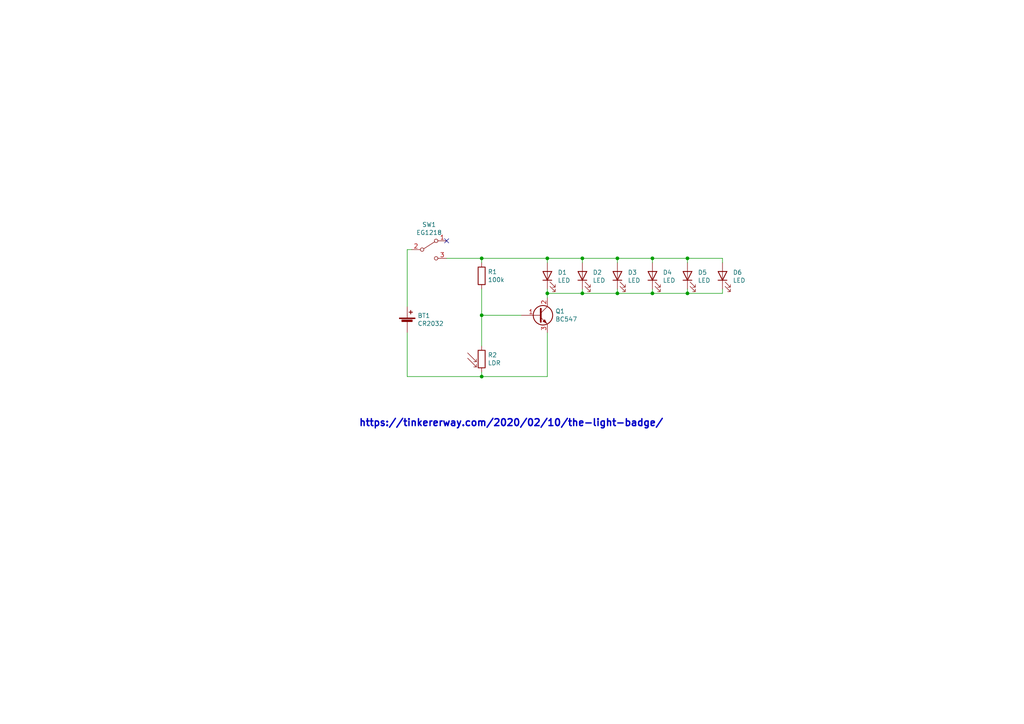
<source format=kicad_sch>
(kicad_sch (version 20211123) (generator eeschema)
  (paper "A4")
  (title_block (title "LED circle") (rev "1.0") (company "Cristóbal Cuevas Lagos"))
  (lib_symbols
    (symbol "Device:Battery_Cell" (pin_numbers hide) (pin_names (offset 0) hide)
      (property "Reference" "BT" (at 2.54 2.54 0))
      (property "Value" "Battery_Cell" (at 2.54 0 0))
      (symbol "Battery_Cell_0_1"
        (rectangle (start -2.286 1.778) (end 2.286 1.524) (fill (type outline)))
        (rectangle (start -1.5748 1.1938) (end 1.4732 0.6858) (fill (type outline)))
        (polyline (pts (xy 0 0.762) (xy 0 0)))
        (polyline (pts (xy 0 1.778) (xy 0 2.54)))
        (polyline (pts (xy 0.508 3.429) (xy 1.524 3.429)) (stroke (width 0.254)))
        (polyline (pts (xy 1.016 3.937) (xy 1.016 2.921)) (stroke (width 0.254)))
      )
      (symbol "Battery_Cell_1_1"
        (pin passive line (at 0 5.08 270) (length 2.54) (name "+") (number "1"))
        (pin passive line (at 0 -2.54 90) (length 2.54) (name "-") (number "2"))
      )
    )
    (symbol "Device:LED" (pin_numbers hide) (pin_names (offset 1.016) hide)
      (property "Reference" "D" (at 0 2.54 0))
      (property "Value" "LED" (at 0 -2.54 0))
      (symbol "LED_0_1"
        (polyline (pts (xy -1.27 -1.27) (xy -1.27 1.27)) (stroke (width 0.254)))
        (polyline (pts (xy -1.27 0) (xy 1.27 0)))
        (polyline (pts (xy 1.27 -1.27) (xy 1.27 1.27) (xy -1.27 0) (xy 1.27 -1.27)) (stroke (width 0.254)))
        (polyline (pts (xy -3.048 -0.762) (xy -4.572 -2.286) (xy -3.81 -2.286) (xy -4.572 -2.286) (xy -4.572 -1.524)))
        (polyline (pts (xy -1.778 -0.762) (xy -3.302 -2.286) (xy -2.54 -2.286) (xy -3.302 -2.286) (xy -3.302 -1.524)))
      )
      (symbol "LED_1_1"
        (pin passive line (at -3.81 0 0) (length 2.54) (name "K") (number "1"))
        (pin passive line (at 3.81 0 180) (length 2.54) (name "A") (number "2"))
      )
    )
    (symbol "Device:Q_NPN_BCE" (pin_names (offset 0) hide)
      (property "Reference" "Q" (at 5.08 1.27 0))
      (property "Value" "Q_NPN_BCE" (at 5.08 -1.27 0))
      (symbol "Q_NPN_BCE_0_1"
        (polyline (pts (xy 0.635 0.635) (xy 2.54 2.54)))
        (polyline (pts (xy 0.635 -0.635) (xy 2.54 -2.54) (xy 2.54 -2.54)))
        (polyline (pts (xy 0.635 1.905) (xy 0.635 -1.905) (xy 0.635 -1.905)) (stroke (width 0.508)))
        (polyline (pts (xy 1.27 -1.778) (xy 1.778 -1.27) (xy 2.286 -2.286) (xy 1.27 -1.778) (xy 1.27 -1.778)) (fill (type outline)))
        (circle (center 1.27 0) (radius 2.8194) (stroke (width 0.254)))
      )
      (symbol "Q_NPN_BCE_1_1"
        (pin input line (at -5.08 0 0) (length 5.715) (name "B") (number "1"))
        (pin passive line (at 2.54 5.08 270) (length 2.54) (name "C") (number "2"))
        (pin passive line (at 2.54 -5.08 90) (length 2.54) (name "E") (number "3"))
      )
    )
    (symbol "Device:R" (pin_numbers hide) (pin_names (offset 0))
      (property "Reference" "R" (at 2.032 0 90))
      (property "Value" "R" (at 0 0 90))
      (symbol "R_0_1"
        (rectangle (start -1.016 -2.54) (end 1.016 2.54) (stroke (width 0.254)))
      )
      (symbol "R_1_1"
        (pin passive line (at 0 3.81 270) (length 1.27) (name "~") (number "1"))
        (pin passive line (at 0 -3.81 90) (length 1.27) (name "~") (number "2"))
      )
    )
    (symbol "Sensor_Optical:LDR03" (pin_numbers hide) (pin_names (offset 0))
      (property "Reference" "R" (at -5.08 0 90))
      (property "Value" "LDR03" (at 1.905 0 90))
      (symbol "LDR03_0_1"
        (rectangle (start -1.016 2.54) (end 1.016 -2.54) (stroke (width 0.254)))
        (polyline (pts (xy -1.524 -2.286) (xy -4.064 0.254)))
        (polyline (pts (xy -1.524 -2.286) (xy -2.286 -2.286)))
        (polyline (pts (xy -1.524 -2.286) (xy -1.524 -1.524)))
        (polyline (pts (xy -1.524 -0.762) (xy -4.064 1.778)))
        (polyline (pts (xy -1.524 -0.762) (xy -2.286 -0.762)))
        (polyline (pts (xy -1.524 -0.762) (xy -1.524 0)))
      )
      (symbol "LDR03_1_1"
        (pin passive line (at 0 3.81 270) (length 1.27) (name "~") (number "1"))
        (pin passive line (at 0 -3.81 90) (length 1.27) (name "~") (number "2"))
      )
    )
    (symbol "Switch:SW_SPDT" (pin_names (offset 0) hide)
      (property "Reference" "SW" (at 0 4.318 0))
      (property "Value" "SW_SPDT" (at 0 -5.08 0))
      (symbol "SW_SPDT_0_0"
        (circle (center -2.032 0) (radius 0.508))
        (circle (center 2.032 -2.54) (radius 0.508))
      )
      (symbol "SW_SPDT_0_1"
        (polyline (pts (xy -1.524 0.254) (xy 1.651 2.286)))
        (circle (center 2.032 2.54) (radius 0.508))
      )
      (symbol "SW_SPDT_1_1"
        (pin passive line (at 5.08 2.54 180) (length 2.54) (name "A") (number "1"))
        (pin passive line (at -5.08 0 0) (length 2.54) (name "B") (number "2"))
        (pin passive line (at 5.08 -2.54 180) (length 2.54) (name "C") (number "3"))
      )
    )
  )
  (junction (at 179.07 74.93))
  (junction (at 168.91 74.93))
  (junction (at 139.7 74.93))
  (junction (at 158.75 85.09))
  (junction (at 179.07 85.09))
  (junction (at 199.39 74.93))
  (junction (at 199.39 85.09))
  (junction (at 189.23 74.93))
  (junction (at 158.75 74.93))
  (junction (at 168.91 85.09))
  (junction (at 189.23 85.09))
  (junction (at 139.7 91.44))
  (junction (at 139.7 109.22))
  (no_connect (at 129.54 69.85))
  (wire (pts (xy 179.07 85.09) (xy 168.91 85.09)))
  (wire (pts (xy 189.23 76.2) (xy 189.23 74.93)))
  (wire (pts (xy 189.23 85.09) (xy 179.07 85.09)))
  (wire (pts (xy 129.54 74.93) (xy 139.7 74.93)))
  (wire (pts (xy 158.75 76.2) (xy 158.75 74.93)))
  (wire (pts (xy 199.39 85.09) (xy 189.23 85.09)))
  (wire (pts (xy 179.07 74.93) (xy 189.23 74.93)))
  (wire (pts (xy 118.11 96.52) (xy 118.11 109.22)))
  (wire (pts (xy 209.55 74.93) (xy 209.55 76.2)))
  (wire (pts (xy 168.91 85.09) (xy 158.75 85.09)))
  (wire (pts (xy 168.91 83.82) (xy 168.91 85.09)))
  (wire (pts (xy 139.7 100.33) (xy 139.7 91.44)))
  (wire (pts (xy 168.91 76.2) (xy 168.91 74.93)))
  (wire (pts (xy 139.7 107.95) (xy 139.7 109.22)))
  (wire (pts (xy 139.7 76.2) (xy 139.7 74.93)))
  (wire (pts (xy 118.11 72.39) (xy 119.38 72.39)))
  (wire (pts (xy 118.11 88.9) (xy 118.11 72.39)))
  (wire (pts (xy 139.7 74.93) (xy 158.75 74.93)))
  (wire (pts (xy 209.55 85.09) (xy 199.39 85.09)))
  (wire (pts (xy 158.75 85.09) (xy 158.75 83.82)))
  (wire (pts (xy 168.91 74.93) (xy 179.07 74.93)))
  (wire (pts (xy 158.75 74.93) (xy 168.91 74.93)))
  (wire (pts (xy 179.07 83.82) (xy 179.07 85.09)))
  (wire (pts (xy 158.75 86.36) (xy 158.75 85.09)))
  (wire (pts (xy 199.39 83.82) (xy 199.39 85.09)))
  (wire (pts (xy 189.23 74.93) (xy 199.39 74.93)))
  (wire (pts (xy 118.11 109.22) (xy 139.7 109.22)))
  (wire (pts (xy 199.39 74.93) (xy 209.55 74.93)))
  (wire (pts (xy 139.7 83.82) (xy 139.7 91.44)))
  (wire (pts (xy 209.55 83.82) (xy 209.55 85.09)))
  (wire (pts (xy 189.23 83.82) (xy 189.23 85.09)))
  (wire (pts (xy 199.39 74.93) (xy 199.39 76.2)))
  (wire (pts (xy 139.7 109.22) (xy 158.75 109.22)))
  (wire (pts (xy 139.7 91.44) (xy 151.13 91.44)))
  (wire (pts (xy 158.75 109.22) (xy 158.75 96.52)))
  (wire (pts (xy 179.07 76.2) (xy 179.07 74.93)))
  (text "https://tinkererway.com/2020/02/10/the-light-badge/" (at 104.013 123.952 0) (effects (font (size 2.0066 2.0066) (thickness 0.4013) bold) (justify left bottom)))
  (symbol (lib_id "Device:LED") (at 158.75 80.01 90) (unit 1)
    (property "Reference" "D1" (at 161.7472 79.0194 90) (effects (justify right)))
    (property "Value" "LED" (at 161.7472 81.3308 90) (effects (justify right)))
    (property "Footprint" "LED_SMD:LED_1206_3216Metric_Pad1.42x1.75mm_HandSolder" (effects hide))
  )
  (symbol (lib_id "Device:Battery_Cell") (at 118.11 93.98 0) (unit 1)
    (property "Reference" "BT1" (at 121.1072 91.5416 0) (effects (justify left)))
    (property "Value" "CR2032" (at 121.1072 93.853 0) (effects (justify left)))
    (property "Footprint" "Battery:BatteryHolder_Keystone_1058_1x2032" (effects hide))
  )
  (symbol (lib_id "Switch:SW_SPDT") (at 124.46 72.39 0) (unit 1)
    (property "Reference" "SW1" (at 124.46 65.151 0))
    (property "Value" "EG1218" (at 124.46 67.4624 0))
    (property "Footprint" "EG1218:EG1218" (effects hide))
  )
  (symbol (lib_id "Device:R") (at 139.7 80.01 0) (unit 1)
    (property "Reference" "R1" (at 141.478 78.8416 0) (effects (justify left)))
    (property "Value" "100k" (at 141.478 81.153 0) (effects (justify left)))
    (property "Footprint" "Resistor_SMD:R_1206_3216Metric_Pad1.42x1.75mm_HandSolder" (effects hide))
  )
  (symbol (lib_id "Sensor_Optical:LDR03") (at 139.7 104.14 0) (unit 1)
    (property "Reference" "R2" (at 141.478 102.9716 0) (effects (justify left)))
    (property "Value" "LDR" (at 141.478 105.283 0) (effects (justify left)))
    (property "Footprint" "OptoDevice:R_LDR_5.1x4.3mm_P3.4mm_Vertical" (effects hide))
  )
  (symbol (lib_id "Device:Q_NPN_BCE") (at 156.21 91.44 0) (unit 1)
    (property "Reference" "Q1" (at 161.0614 90.2716 0) (effects (justify left)))
    (property "Value" "BC547" (at 161.0614 92.583 0) (effects (justify left)))
    (property "Footprint" "Package_TO_SOT_THT:TO-92L_Inline" (effects hide))
  )
  (symbol (lib_id "Device:LED") (at 168.91 80.01 90) (unit 1)
    (property "Reference" "D2" (at 171.9072 79.0194 90) (effects (justify right)))
    (property "Value" "LED" (at 171.9072 81.3308 90) (effects (justify right)))
    (property "Footprint" "LED_SMD:LED_1206_3216Metric_Pad1.42x1.75mm_HandSolder" (effects hide))
  )
  (symbol (lib_id "Device:LED") (at 179.07 80.01 90) (unit 1)
    (property "Reference" "D3" (at 182.0672 79.0194 90) (effects (justify right)))
    (property "Value" "LED" (at 182.0672 81.3308 90) (effects (justify right)))
    (property "Footprint" "LED_SMD:LED_1206_3216Metric_Pad1.42x1.75mm_HandSolder" (effects hide))
  )
  (symbol (lib_id "Device:LED") (at 189.23 80.01 90) (unit 1)
    (property "Reference" "D4" (at 192.2272 79.0194 90) (effects (justify right)))
    (property "Value" "LED" (at 192.2272 81.3308 90) (effects (justify right)))
    (property "Footprint" "LED_SMD:LED_1206_3216Metric_Pad1.42x1.75mm_HandSolder" (effects hide))
  )
  (symbol (lib_id "Device:LED") (at 199.39 80.01 90) (unit 1)
    (property "Reference" "D5" (at 202.3872 79.0194 90) (effects (justify right)))
    (property "Value" "LED" (at 202.3872 81.3308 90) (effects (justify right)))
    (property "Footprint" "LED_SMD:LED_1206_3216Metric_Pad1.42x1.75mm_HandSolder" (effects hide))
  )
  (symbol (lib_id "Device:LED") (at 209.55 80.01 90) (unit 1)
    (property "Reference" "D6" (at 212.5472 79.0194 90) (effects (justify right)))
    (property "Value" "LED" (at 212.5472 81.3308 90) (effects (justify right)))
    (property "Footprint" "LED_SMD:LED_1206_3216Metric_Pad1.42x1.75mm_HandSolder" (effects hide))
  )
)
</source>
